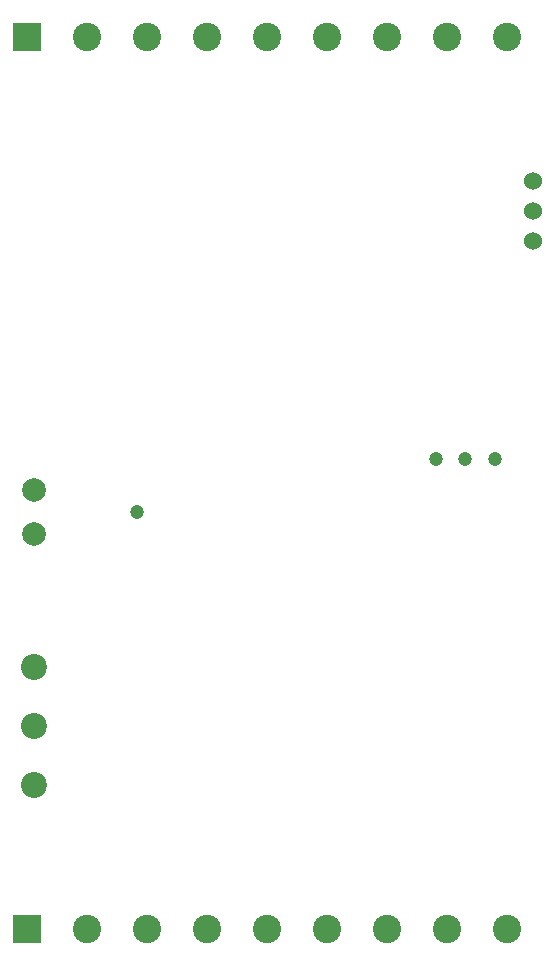
<source format=gbr>
%TF.GenerationSoftware,KiCad,Pcbnew,6.0.0*%
%TF.CreationDate,2022-04-16T14:37:21+02:00*%
%TF.ProjectId,cowdin-3a-pwrmon,636f7764-696e-42d3-9361-2d7077726d6f,1*%
%TF.SameCoordinates,Original*%
%TF.FileFunction,Soldermask,Bot*%
%TF.FilePolarity,Negative*%
%FSLAX46Y46*%
G04 Gerber Fmt 4.6, Leading zero omitted, Abs format (unit mm)*
G04 Created by KiCad (PCBNEW 6.0.0) date 2022-04-16 14:37:21*
%MOMM*%
%LPD*%
G01*
G04 APERTURE LIST*
%ADD10R,2.400000X2.400000*%
%ADD11C,2.400000*%
%ADD12C,1.200000*%
%ADD13C,2.200000*%
%ADD14C,2.000000*%
%ADD15C,1.524000*%
%ADD16C,1.198880*%
G04 APERTURE END LIST*
D10*
%TO.C,P1*%
X128180000Y-67250000D03*
D11*
X133260000Y-67250000D03*
X138340000Y-67250000D03*
X143420000Y-67250000D03*
X148500000Y-67250000D03*
X153580000Y-67250000D03*
X158660000Y-67250000D03*
X163740000Y-67250000D03*
X168820000Y-67250000D03*
%TD*%
D12*
%TO.C,TP8*%
X165250000Y-103000000D03*
%TD*%
D10*
%TO.C,P2*%
X128180000Y-142750000D03*
D11*
X133260000Y-142750000D03*
X138340000Y-142750000D03*
X143420000Y-142750000D03*
X148500000Y-142750000D03*
X153580000Y-142750000D03*
X158660000Y-142750000D03*
X163740000Y-142750000D03*
X168820000Y-142750000D03*
%TD*%
D13*
%TO.C,RL1*%
X128700000Y-125600000D03*
X128700000Y-120600000D03*
X128700000Y-130600000D03*
D14*
X128700000Y-109350000D03*
X128700000Y-105600000D03*
%TD*%
D12*
%TO.C,TP7*%
X162750000Y-103000000D03*
%TD*%
D15*
%TO.C,SW1*%
X171000000Y-84540000D03*
X171000000Y-82000000D03*
X171000000Y-79460000D03*
%TD*%
D16*
%TO.C,TP2*%
X137500000Y-107500000D03*
%TD*%
%TO.C,TP1*%
X167750000Y-103000000D03*
%TD*%
M02*

</source>
